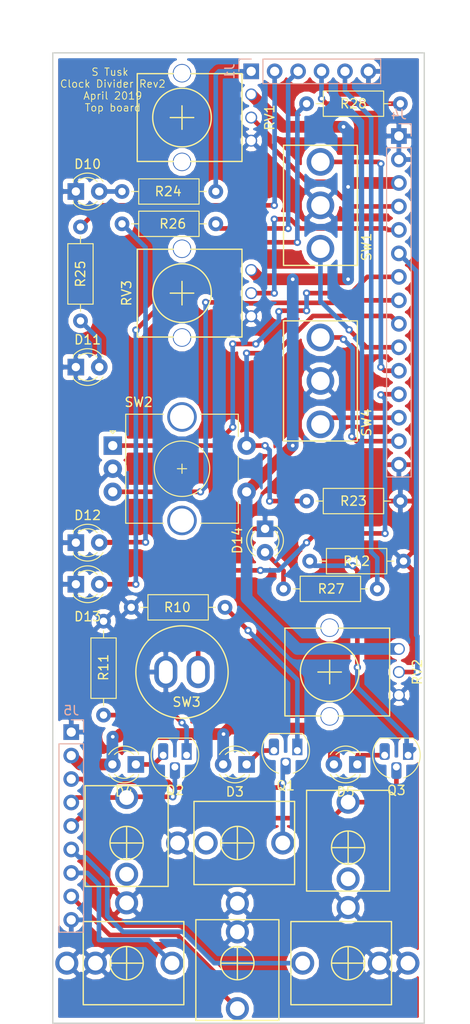
<source format=kicad_pcb>
(kicad_pcb (version 20171130) (host pcbnew "(5.0.1)-3")
  (layers (0 F.Cu signal) (31 B.Cu signal) (34 B.Paste user hide) (35 F.Paste user hide) (36 B.SilkS user) (37 F.SilkS user) (38 B.Mask user) (39 F.Mask user) (44 Edge.Cuts user))
  (net 0 "")
  (net 1 +12V)
  (net 2 GND)
  (net 3 /CVin_F)
  (net 4 "Net-(CycleOutJack1-Pad2)")
  (net 5 /OutC_F)
  (net 6 "Net-(D3-Pad1)")
  (net 7 "Net-(D4-Pad1)")
  (net 8 "Net-(D5-Pad1)")
  (net 9 /+3_3V)
  (net 10 /LED_L_F)
  (net 11 /LED_D_F)
  (net 12 /Led_Shi_F)
  (net 13 /Led_ShCV_F)
  (net 14 /LED_Sh_F)
  (net 15 "Net-(DigiOutJack1-Pad2)")
  (net 16 /OutM_F)
  (net 17 /OutT_F)
  (net 18 "Net-(DigiThruJack1-Pad2)")
  (net 19 /SW_OutMode2_F)
  (net 20 /SW_OutMode1_F)
  (net 21 /SW_CVassgn_F)
  (net 22 /SW_DivEuc2_F)
  (net 23 /SW_DivEuc1_F)
  (net 24 /EncoderSw_F)
  (net 25 /EncoderB_F)
  (net 26 /EncoderA_F)
  (net 27 /Pot_CVamt_F)
  (net 28 /Pot_Divisions_F)
  (net 29 /Pot_Length_F)
  (net 30 /CLin_F)
  (net 31 /Rin_F)
  (net 32 "Net-(Q1-Pad1)")
  (net 33 "Net-(Q2-Pad1)")
  (net 34 "Net-(Q3-Pad1)")
  (net 35 "Net-(D10-Pad2)")
  (net 36 "Net-(D11-Pad2)")
  (net 37 "Net-(D12-Pad2)")
  (net 38 "Net-(D13-Pad2)")
  (net 39 "Net-(D14-Pad2)")
  (module Eurocad:PJ301M-12-MoreMetal (layer F.Cu) (at 47 113.5 90)
    (fp_text reference CV_in1 hide)
    (fp_text value PJ301M-12)
    (pad 2 thru_hole circle (at 0 3.38 90) (size 2.5 2.5) (drill 1.6) (layers *.Cu *.Mask) (net 2 GND))
    (pad 1 thru_hole circle (at 0 6.48 90) (size 2.5 2.5) (drill 1.6) (layers *.Cu *.Mask) (net 2 GND))
    (pad 3 thru_hole circle (at 0 -4.92 90) (size 2.5 2.5) (drill 1.6) (layers *.Cu *.Mask) (net 3 /CVin_F))
  )
  (module Eurocad:PJ301M-12-MoreMetal (layer F.Cu) (at 35 113.5 180)
    (fp_text reference Reset_In1 hide)
    (fp_text value PJ301M-12)
    (pad 2 thru_hole circle (at 0 3.38 180) (size 2.5 2.5) (drill 1.6) (layers *.Cu *.Mask) (net 2 GND))
    (pad 1 thru_hole circle (at 0 6.48 180) (size 2.5 2.5) (drill 1.6) (layers *.Cu *.Mask) (net 2 GND))
    (pad 3 thru_hole circle (at 0 -4.92 180) (size 2.5 2.5) (drill 1.6) (layers *.Cu *.Mask) (net 31 /Rin_F))
  )
  (module Eurocad:PJ301M-12-MoreMetal (layer F.Cu) (at 23 113.5 270)
    (fp_text reference Trigger/Clock_in1 hide)
    (fp_text value PJ301M-12)
    (pad 2 thru_hole circle (at 0 3.38 270) (size 2.5 2.5) (drill 1.6) (layers *.Cu *.Mask) (net 2 GND))
    (pad 1 thru_hole circle (at 0 6.48 270) (size 2.5 2.5) (drill 1.6) (layers *.Cu *.Mask) (net 2 GND))
    (pad 3 thru_hole circle (at 0 -4.92 270) (size 2.5 2.5) (drill 1.6) (layers *.Cu *.Mask) (net 30 /CLin_F))
  )
  (module Eurocad:PJ301M-12-MoreMetal (layer F.Cu) (at 47 101)
    (fp_text reference DigiThruJack1 hide)
    (fp_text value PJ301M-12)
    (pad 2 thru_hole circle (at 0 3.38) (size 2.5 2.5) (drill 1.6) (layers *.Cu *.Mask) (net 18 "Net-(DigiThruJack1-Pad2)"))
    (pad 1 thru_hole circle (at 0 6.48) (size 2.5 2.5) (drill 1.6) (layers *.Cu *.Mask) (net 2 GND))
    (pad 3 thru_hole circle (at 0 -4.92) (size 2.5 2.5) (drill 1.6) (layers *.Cu *.Mask) (net 17 /OutT_F))
  )
  (module Eurocad:PJ301M-12-MoreMetal (layer F.Cu) (at 35 100.5 270)
    (fp_text reference CycleOutJack1 hide)
    (fp_text value PJ301M-12)
    (pad 2 thru_hole circle (at 0 3.38 270) (size 2.5 2.5) (drill 1.6) (layers *.Cu *.Mask) (net 4 "Net-(CycleOutJack1-Pad2)"))
    (pad 1 thru_hole circle (at 0 6.48 270) (size 2.5 2.5) (drill 1.6) (layers *.Cu *.Mask) (net 2 GND))
    (pad 3 thru_hole circle (at 0 -4.92 270) (size 2.5 2.5) (drill 1.6) (layers *.Cu *.Mask) (net 5 /OutC_F))
  )
  (module Eurocad:PJ301M-12-MoreMetal (layer F.Cu) (at 23 100.5)
    (fp_text reference DigiOutJack1 hide)
    (fp_text value PJ301M-12)
    (pad 2 thru_hole circle (at 0 3.38) (size 2.5 2.5) (drill 1.6) (layers *.Cu *.Mask) (net 15 "Net-(DigiOutJack1-Pad2)"))
    (pad 1 thru_hole circle (at 0 6.48) (size 2.5 2.5) (drill 1.6) (layers *.Cu *.Mask) (net 2 GND))
    (pad 3 thru_hole circle (at 0 -4.92) (size 2.5 2.5) (drill 1.6) (layers *.Cu *.Mask) (net 16 /OutM_F))
  )
  (module Package_TO_SOT_THT:TO-92L_HandSolder (layer F.Cu) (at 53.5 91 180)
    (fp_text reference Q3 (at 1.27 -3.8 180) (layer F.SilkS))
    (fp_text value 2N3904)
    (pad 1 thru_hole rect (at 0 0 180) (size 1.1 1.8) (drill 0.75 (offset 0 0.4)) (layers *.Cu *.Mask) (net 34 "Net-(Q3-Pad1)"))
    (pad 3 thru_hole roundrect (at 2.54 0 180) (size 1.1 1.8) (drill 0.75 (offset 0 0.4)) (layers *.Cu *.Mask) (net 8 "Net-(D5-Pad1)"))
    (pad 2 thru_hole roundrect (at 1.27 -1.27 180) (size 1.1 1.8) (drill 0.75 (offset 0 -0.4)) (layers *.Cu *.Mask) (net 17 /OutT_F))
  )
  (module Package_TO_SOT_THT:TO-92L_HandSolder (layer F.Cu) (at 41.5 90.5 180)
    (fp_text reference Q1 (at 1.27 -3.8 180) (layer F.SilkS))
    (fp_text value 2N3904)
    (pad 1 thru_hole rect (at 0 0 180) (size 1.1 1.8) (drill 0.75 (offset 0 0.4)) (layers *.Cu *.Mask) (net 32 "Net-(Q1-Pad1)"))
    (pad 3 thru_hole roundrect (at 2.54 0 180) (size 1.1 1.8) (drill 0.75 (offset 0 0.4)) (layers *.Cu *.Mask) (net 6 "Net-(D3-Pad1)"))
    (pad 2 thru_hole roundrect (at 1.27 -1.27 180) (size 1.1 1.8) (drill 0.75 (offset 0 -0.4)) (layers *.Cu *.Mask) (net 5 /OutC_F))
  )
  (module Package_TO_SOT_THT:TO-92L_HandSolder (layer F.Cu) (at 29.5 91 180)
    (fp_text reference Q2 (at 1.27 -3.8 180) (layer F.SilkS))
    (fp_text value 2N3904)
    (pad 1 thru_hole rect (at 0 0 180) (size 1.1 1.8) (drill 0.75 (offset 0 0.4)) (layers *.Cu *.Mask) (net 33 "Net-(Q2-Pad1)"))
    (pad 3 thru_hole roundrect (at 2.54 0 180) (size 1.1 1.8) (drill 0.75 (offset 0 0.4)) (layers *.Cu *.Mask) (net 7 "Net-(D4-Pad1)"))
    (pad 2 thru_hole roundrect (at 1.27 -1.27 180) (size 1.1 1.8) (drill 0.75 (offset 0 -0.4)) (layers *.Cu *.Mask) (net 16 /OutM_F))
  )
  (module Eurocad:Alpha9mmPot (layer F.Cu) (at 29 22 90)
    (fp_text reference RV1 (at 0 9.5 90) (layer F.SilkS))
    (fp_text value 10k)
    (pad "" thru_hole circle (at 4.8 0 90) (size 2 2) (drill 1.8) (layers *.Cu *.Mask))
    (pad "" thru_hole circle (at -4.8 0 90) (size 2 2) (drill 1.8) (layers *.Cu *.Mask))
    (pad 3 thru_hole circle (at 2.5 7.5 90) (size 1.3 1.3) (drill 1) (layers *.Cu *.Mask) (net 9 /+3_3V))
    (pad 2 thru_hole circle (at 0 7.5 90) (size 1.3 1.3) (drill 1) (layers *.Cu *.Mask) (net 29 /Pot_Length_F))
    (pad 1 thru_hole circle (at -2.5 7.5 90) (size 1.3 1.3) (drill 1) (layers *.Cu *.Mask) (net 2 GND))
  )
  (module Eurocad:Alpha9mmPot (layer F.Cu) (at 45 82 90)
    (fp_text reference RV2 (at 0 9.5 90) (layer F.SilkS))
    (fp_text value 10k)
    (pad "" thru_hole circle (at 4.8 0 90) (size 2 2) (drill 1.8) (layers *.Cu *.Mask))
    (pad "" thru_hole circle (at -4.8 0 90) (size 2 2) (drill 1.8) (layers *.Cu *.Mask))
    (pad 3 thru_hole circle (at 2.5 7.5 90) (size 1.3 1.3) (drill 1) (layers *.Cu *.Mask) (net 9 /+3_3V))
    (pad 2 thru_hole circle (at 0 7.5 90) (size 1.3 1.3) (drill 1) (layers *.Cu *.Mask) (net 27 /Pot_CVamt_F))
    (pad 1 thru_hole circle (at -2.5 7.5 90) (size 1.3 1.3) (drill 1) (layers *.Cu *.Mask) (net 2 GND))
  )
  (module Eurocad:Alpha9mmPot (layer F.Cu) (at 29 41 90)
    (fp_text reference RV3 (at 0 -6 90) (layer F.SilkS))
    (fp_text value 10k)
    (pad "" thru_hole circle (at 4.8 0 90) (size 2 2) (drill 1.8) (layers *.Cu *.Mask))
    (pad "" thru_hole circle (at -4.8 0 90) (size 2 2) (drill 1.8) (layers *.Cu *.Mask))
    (pad 3 thru_hole circle (at 2.5 7.5 90) (size 1.3 1.3) (drill 1) (layers *.Cu *.Mask) (net 9 /+3_3V))
    (pad 2 thru_hole circle (at 0 7.5 90) (size 1.3 1.3) (drill 1) (layers *.Cu *.Mask) (net 28 /Pot_Divisions_F))
    (pad 1 thru_hole circle (at -2.5 7.5 90) (size 1.3 1.3) (drill 1) (layers *.Cu *.Mask) (net 2 GND))
  )
  (module Resistor_THT:R_Axial_DIN0207_L6.3mm_D2.5mm_P10.16mm_Horizontal (layer F.Cu) (at 40 73)
    (fp_text reference R27 (at 5.16 0) (layer F.SilkS))
    (fp_text value 330)
    (pad 1 thru_hole circle (at 0 0) (size 1.6 1.6) (drill 0.8) (layers *.Cu *.Mask) (net 39 "Net-(D14-Pad2)"))
    (pad 2 thru_hole oval (at 10.16 0) (size 1.6 1.6) (drill 0.8) (layers *.Cu *.Mask) (net 14 /LED_Sh_F))
  )
  (module LED_THT:LED_D3.0mm (layer F.Cu) (at 36 92 180)
    (fp_text reference D3 (at 1.27 -2.96 180) (layer F.SilkS))
    (fp_text value LED)
    (pad 2 thru_hole circle (at 2.54 0 180) (size 1.8 1.8) (drill 0.9) (layers *.Cu *.Mask) (net 1 +12V))
    (pad 1 thru_hole rect (at 0 0 180) (size 1.8 1.8) (drill 0.9) (layers *.Cu *.Mask) (net 6 "Net-(D3-Pad1)"))
  )
  (module LED_THT:LED_D3.0mm (layer F.Cu) (at 24 92 180)
    (fp_text reference D4 (at 1.27 -2.96 180) (layer F.SilkS))
    (fp_text value LED)
    (pad 1 thru_hole rect (at 0 0 180) (size 1.8 1.8) (drill 0.9) (layers *.Cu *.Mask) (net 7 "Net-(D4-Pad1)"))
    (pad 2 thru_hole circle (at 2.54 0 180) (size 1.8 1.8) (drill 0.9) (layers *.Cu *.Mask) (net 1 +12V))
  )
  (module LED_THT:LED_D3.0mm (layer F.Cu) (at 48 92 180)
    (fp_text reference D5 (at 1.27 -2.96 180) (layer F.SilkS))
    (fp_text value LED)
    (pad 2 thru_hole circle (at 2.54 0 180) (size 1.8 1.8) (drill 0.9) (layers *.Cu *.Mask) (net 1 +12V))
    (pad 1 thru_hole rect (at 0 0 180) (size 1.8 1.8) (drill 0.9) (layers *.Cu *.Mask) (net 8 "Net-(D5-Pad1)"))
  )
  (module LED_THT:LED_D3.0mm (layer F.Cu) (at 17.5 30)
    (fp_text reference D10 (at 1.27 -2.96) (layer F.SilkS))
    (fp_text value LED)
    (pad 1 thru_hole rect (at 0 0) (size 1.8 1.8) (drill 0.9) (layers *.Cu *.Mask) (net 2 GND))
    (pad 2 thru_hole circle (at 2.54 0) (size 1.8 1.8) (drill 0.9) (layers *.Cu *.Mask) (net 35 "Net-(D10-Pad2)"))
  )
  (module LED_THT:LED_D3.0mm (layer F.Cu) (at 17.5 49)
    (fp_text reference D11 (at 1.27 -2.96) (layer F.SilkS))
    (fp_text value LED)
    (pad 2 thru_hole circle (at 2.54 0) (size 1.8 1.8) (drill 0.9) (layers *.Cu *.Mask) (net 36 "Net-(D11-Pad2)"))
    (pad 1 thru_hole rect (at 0 0) (size 1.8 1.8) (drill 0.9) (layers *.Cu *.Mask) (net 2 GND))
  )
  (module LED_THT:LED_D3.0mm (layer F.Cu) (at 17.5 68)
    (fp_text reference D12 (at 1.27 -2.96) (layer F.SilkS))
    (fp_text value LED)
    (pad 1 thru_hole rect (at 0 0) (size 1.8 1.8) (drill 0.9) (layers *.Cu *.Mask) (net 2 GND))
    (pad 2 thru_hole circle (at 2.54 0) (size 1.8 1.8) (drill 0.9) (layers *.Cu *.Mask) (net 37 "Net-(D12-Pad2)"))
  )
  (module LED_THT:LED_D3.0mm (layer F.Cu) (at 17.5 72.5)
    (fp_text reference D13 (at 1.27 3.5) (layer F.SilkS))
    (fp_text value LED)
    (pad 1 thru_hole rect (at 0 0) (size 1.8 1.8) (drill 0.9) (layers *.Cu *.Mask) (net 2 GND))
    (pad 2 thru_hole circle (at 2.54 0) (size 1.8 1.8) (drill 0.9) (layers *.Cu *.Mask) (net 38 "Net-(D13-Pad2)"))
  )
  (module LED_THT:LED_D3.0mm (layer F.Cu) (at 38 66.5 270)
    (fp_text reference D14 (at 1.27 3 270) (layer F.SilkS))
    (fp_text value LED)
    (pad 2 thru_hole circle (at 2.54 0 270) (size 1.8 1.8) (drill 0.9) (layers *.Cu *.Mask) (net 39 "Net-(D14-Pad2)"))
    (pad 1 thru_hole rect (at 0 0 270) (size 1.8 1.8) (drill 0.9) (layers *.Cu *.Mask) (net 2 GND))
  )
  (module Connector_PinHeader_2.54mm:PinHeader_1x06_P2.54mm_Vertical (layer B.Cu) (at 36.5 17 270)
    (fp_text reference J1 (at 0 2.33 270) (layer B.SilkS) (effects (justify mirror)))
    (fp_text value Conn_01x06_Female)
    (pad 1 thru_hole rect (at 0 0 270) (size 1.7 1.7) (drill 1) (layers *.Cu *.Mask) (net 10 /LED_L_F))
    (pad 2 thru_hole oval (at 0 -2.54 270) (size 1.7 1.7) (drill 1) (layers *.Cu *.Mask) (net 11 /LED_D_F))
    (pad 3 thru_hole oval (at 0 -5.08 270) (size 1.7 1.7) (drill 1) (layers *.Cu *.Mask) (net 12 /Led_Shi_F))
    (pad 4 thru_hole oval (at 0 -7.62 270) (size 1.7 1.7) (drill 1) (layers *.Cu *.Mask) (net 13 /Led_ShCV_F))
    (pad 5 thru_hole oval (at 0 -10.16 270) (size 1.7 1.7) (drill 1) (layers *.Cu *.Mask) (net 14 /LED_Sh_F))
    (pad 6 thru_hole oval (at 0 -12.7 270) (size 1.7 1.7) (drill 1) (layers *.Cu *.Mask) (net 2 GND))
  )
  (module Connector_PinHeader_2.54mm:PinHeader_1x15_P2.54mm_Vertical (layer B.Cu) (at 52.5 24 180)
    (fp_text reference J4 (at 0 2.33 180) (layer B.SilkS) (effects (justify mirror)))
    (fp_text value Conn_01x15_Female)
    (pad 15 thru_hole oval (at 0 -35.56 180) (size 1.7 1.7) (drill 1) (layers *.Cu *.Mask) (net 2 GND))
    (pad 14 thru_hole oval (at 0 -33.02 180) (size 1.7 1.7) (drill 1) (layers *.Cu *.Mask) (net 19 /SW_OutMode2_F))
    (pad 13 thru_hole oval (at 0 -30.48 180) (size 1.7 1.7) (drill 1) (layers *.Cu *.Mask) (net 20 /SW_OutMode1_F))
    (pad 12 thru_hole oval (at 0 -27.94 180) (size 1.7 1.7) (drill 1) (layers *.Cu *.Mask) (net 21 /SW_CVassgn_F))
    (pad 11 thru_hole oval (at 0 -25.4 180) (size 1.7 1.7) (drill 1) (layers *.Cu *.Mask) (net 22 /SW_DivEuc2_F))
    (pad 10 thru_hole oval (at 0 -22.86 180) (size 1.7 1.7) (drill 1) (layers *.Cu *.Mask) (net 23 /SW_DivEuc1_F))
    (pad 9 thru_hole oval (at 0 -20.32 180) (size 1.7 1.7) (drill 1) (layers *.Cu *.Mask) (net 24 /EncoderSw_F))
    (pad 8 thru_hole oval (at 0 -17.78 180) (size 1.7 1.7) (drill 1) (layers *.Cu *.Mask) (net 25 /EncoderB_F))
    (pad 7 thru_hole oval (at 0 -15.24 180) (size 1.7 1.7) (drill 1) (layers *.Cu *.Mask) (net 26 /EncoderA_F))
    (pad 6 thru_hole oval (at 0 -12.7 180) (size 1.7 1.7) (drill 1) (layers *.Cu *.Mask) (net 27 /Pot_CVamt_F))
    (pad 5 thru_hole oval (at 0 -10.16 180) (size 1.7 1.7) (drill 1) (layers *.Cu *.Mask) (net 28 /Pot_Divisions_F))
    (pad 4 thru_hole oval (at 0 -7.62 180) (size 1.7 1.7) (drill 1) (layers *.Cu *.Mask) (net 29 /Pot_Length_F))
    (pad 3 thru_hole oval (at 0 -5.08 180) (size 1.7 1.7) (drill 1) (layers *.Cu *.Mask) (net 9 /+3_3V))
    (pad 2 thru_hole oval (at 0 -2.54 180) (size 1.7 1.7) (drill 1) (layers *.Cu *.Mask) (net 2 GND))
    (pad 1 thru_hole rect (at 0 0 180) (size 1.7 1.7) (drill 1) (layers *.Cu *.Mask) (net 2 GND))
  )
  (module Connector_PinHeader_2.54mm:PinHeader_1x09_P2.54mm_Vertical (layer B.Cu) (at 17 88.5 180)
    (fp_text reference J5 (at 0 2.33 180) (layer B.SilkS) (effects (justify mirror)))
    (fp_text value Conn_01x09_Female)
    (pad 1 thru_hole rect (at 0 0 180) (size 1.7 1.7) (drill 1) (layers *.Cu *.Mask) (net 2 GND))
    (pad 2 thru_hole oval (at 0 -2.54 180) (size 1.7 1.7) (drill 1) (layers *.Cu *.Mask) (net 1 +12V))
    (pad 3 thru_hole oval (at 0 -5.08 180) (size 1.7 1.7) (drill 1) (layers *.Cu *.Mask) (net 5 /OutC_F))
    (pad 4 thru_hole oval (at 0 -7.62 180) (size 1.7 1.7) (drill 1) (layers *.Cu *.Mask) (net 16 /OutM_F))
    (pad 5 thru_hole oval (at 0 -10.16 180) (size 1.7 1.7) (drill 1) (layers *.Cu *.Mask) (net 17 /OutT_F))
    (pad 6 thru_hole oval (at 0 -12.7 180) (size 1.7 1.7) (drill 1) (layers *.Cu *.Mask) (net 3 /CVin_F))
    (pad 7 thru_hole oval (at 0 -15.24 180) (size 1.7 1.7) (drill 1) (layers *.Cu *.Mask) (net 30 /CLin_F))
    (pad 8 thru_hole oval (at 0 -17.78 180) (size 1.7 1.7) (drill 1) (layers *.Cu *.Mask) (net 31 /Rin_F))
    (pad 9 thru_hole oval (at 0 -20.32 180) (size 1.7 1.7) (drill 1) (layers *.Cu *.Mask) (net 2 GND))
  )
  (module Resistor_THT:R_Axial_DIN0207_L6.3mm_D2.5mm_P10.16mm_Horizontal (layer F.Cu) (at 23.5 75)
    (fp_text reference R10 (at 5 0) (layer F.SilkS))
    (fp_text value 10k)
    (pad 2 thru_hole oval (at 10.16 0) (size 1.6 1.6) (drill 0.8) (layers *.Cu *.Mask) (net 32 "Net-(Q1-Pad1)"))
    (pad 1 thru_hole circle (at 0 0) (size 1.6 1.6) (drill 0.8) (layers *.Cu *.Mask) (net 2 GND))
  )
  (module Resistor_THT:R_Axial_DIN0207_L6.3mm_D2.5mm_P10.16mm_Horizontal (layer F.Cu) (at 20.5 76.5 270)
    (fp_text reference R11 (at 5 0 270) (layer F.SilkS))
    (fp_text value 10k)
    (pad 1 thru_hole circle (at 0 0 270) (size 1.6 1.6) (drill 0.8) (layers *.Cu *.Mask) (net 2 GND))
    (pad 2 thru_hole oval (at 10.16 0 270) (size 1.6 1.6) (drill 0.8) (layers *.Cu *.Mask) (net 33 "Net-(Q2-Pad1)"))
  )
  (module Resistor_THT:R_Axial_DIN0207_L6.3mm_D2.5mm_P10.16mm_Horizontal (layer F.Cu) (at 53 70 180)
    (fp_text reference R12 (at 5.08 0 180) (layer F.SilkS))
    (fp_text value 10k)
    (pad 2 thru_hole oval (at 10.16 0 180) (size 1.6 1.6) (drill 0.8) (layers *.Cu *.Mask) (net 34 "Net-(Q3-Pad1)"))
    (pad 1 thru_hole circle (at 0 0 180) (size 1.6 1.6) (drill 0.8) (layers *.Cu *.Mask) (net 2 GND))
  )
  (module Resistor_THT:R_Axial_DIN0207_L6.3mm_D2.5mm_P10.16mm_Horizontal (layer F.Cu) (at 42.5 63.5)
    (fp_text reference R23 (at 5.08 0) (layer F.SilkS))
    (fp_text value 100k)
    (pad 2 thru_hole oval (at 10.16 0) (size 1.6 1.6) (drill 0.8) (layers *.Cu *.Mask) (net 2 GND))
    (pad 1 thru_hole circle (at 0 0) (size 1.6 1.6) (drill 0.8) (layers *.Cu *.Mask) (net 24 /EncoderSw_F))
  )
  (module Resistor_THT:R_Axial_DIN0207_L6.3mm_D2.5mm_P10.16mm_Horizontal (layer F.Cu) (at 22.5 30)
    (fp_text reference R24 (at 5 0) (layer F.SilkS))
    (fp_text value 1k)
    (pad 2 thru_hole oval (at 10.16 0) (size 1.6 1.6) (drill 0.8) (layers *.Cu *.Mask) (net 10 /LED_L_F))
    (pad 1 thru_hole circle (at 0 0) (size 1.6 1.6) (drill 0.8) (layers *.Cu *.Mask) (net 35 "Net-(D10-Pad2)"))
  )
  (module Resistor_THT:R_Axial_DIN0207_L6.3mm_D2.5mm_P10.16mm_Horizontal (layer F.Cu) (at 18 44 90)
    (fp_text reference R25 (at 5.08 0 90) (layer F.SilkS))
    (fp_text value 1k)
    (pad 1 thru_hole circle (at 0 0 90) (size 1.6 1.6) (drill 0.8) (layers *.Cu *.Mask) (net 36 "Net-(D11-Pad2)"))
    (pad 2 thru_hole oval (at 10.16 0 90) (size 1.6 1.6) (drill 0.8) (layers *.Cu *.Mask) (net 11 /LED_D_F))
  )
  (module Resistor_THT:R_Axial_DIN0207_L6.3mm_D2.5mm_P10.16mm_Horizontal (layer F.Cu) (at 22.5 33.5)
    (fp_text reference R26 (at 5.5 0) (layer F.SilkS))
    (fp_text value 1k)
    (pad 2 thru_hole oval (at 10.16 0) (size 1.6 1.6) (drill 0.8) (layers *.Cu *.Mask) (net 12 /Led_Shi_F))
    (pad 1 thru_hole circle (at 0 0) (size 1.6 1.6) (drill 0.8) (layers *.Cu *.Mask) (net 37 "Net-(D12-Pad2)"))
  )
  (module Resistor_THT:R_Axial_DIN0207_L6.3mm_D2.5mm_P10.16mm_Horizontal (layer F.Cu) (at 42.5 20.5)
    (fp_text reference R28 (at 5.08 0) (layer F.SilkS))
    (fp_text value 1k)
    (pad 1 thru_hole circle (at 0 0) (size 1.6 1.6) (drill 0.8) (layers *.Cu *.Mask) (net 38 "Net-(D13-Pad2)"))
    (pad 2 thru_hole oval (at 10.16 0) (size 1.6 1.6) (drill 0.8) (layers *.Cu *.Mask) (net 13 /Led_ShCV_F))
  )
  (module "Eurocad:SPDT toggle on-off-on" (layer F.Cu) (at 44 31.5 90)
    (fp_text reference SW1 (at -4.5 5 90) (layer F.SilkS))
    (fp_text value SW_SPDT_MSM)
    (pad 3 thru_hole circle (at 4.7 0 90) (size 3 3) (drill 2) (layers *.Cu *.Mask) (net 22 /SW_DivEuc2_F))
    (pad 2 thru_hole circle (at 0 0 90) (size 3 3) (drill 2) (layers *.Cu *.Mask) (net 2 GND))
    (pad 1 thru_hole circle (at -4.7 0 90) (size 3 3) (drill 2) (layers *.Cu *.Mask) (net 23 /SW_DivEuc1_F))
  )
  (module Eurocad:RotaryEncoder_Alps_EC11E-Switch_Vertical_H20mm_CircularMountingHoles (layer F.Cu) (at 21.5 57.5)
    (fp_text reference SW2 (at 2.8 -4.7) (layer F.SilkS))
    (fp_text value Rotary_Encoder_Switch)
    (pad A thru_hole rect (at 0 0) (size 2 2) (drill 1) (layers *.Cu *.Mask) (net 26 /EncoderA_F))
    (pad C thru_hole circle (at 0 2.5) (size 2 2) (drill 1) (layers *.Cu *.Mask) (net 2 GND))
    (pad B thru_hole circle (at 0 5) (size 2 2) (drill 1) (layers *.Cu *.Mask) (net 25 /EncoderB_F))
    (pad "" thru_hole circle (at 7.5 -3.1) (size 3.2 3.2) (drill 2.6) (layers *.Cu *.Mask))
    (pad "" thru_hole circle (at 7.5 8.1) (size 3.2 3.2) (drill 2.6) (layers *.Cu *.Mask))
    (pad S2 thru_hole circle (at 14.5 0) (size 2 2) (drill 1) (layers *.Cu *.Mask) (net 24 /EncoderSw_F))
    (pad S1 thru_hole circle (at 14.5 5) (size 2 2) (drill 1) (layers *.Cu *.Mask) (net 9 /+3_3V))
  )
  (module "Eurocad:SPST momentary push PBS105" (layer F.Cu) (at 29 82)
    (fp_text reference SW3 (at 0.5 3.25) (layer F.SilkS))
    (fp_text value SW_SPST)
    (pad 1 thru_hole oval (at -1.75 0) (size 2.5 3.5) (drill oval 1.5 2.5) (layers *.Cu *.Mask) (net 2 GND))
    (pad 2 thru_hole oval (at 1.75 0) (size 2.5 3.5) (drill oval 1.5 2.5) (layers *.Cu *.Mask) (net 21 /SW_CVassgn_F))
  )
  (module "Eurocad:SPDT toggle on-off-on" (layer F.Cu) (at 44 50.5 90)
    (fp_text reference SW4 (at -4.5 5 90) (layer F.SilkS))
    (fp_text value SW_SPDT_MSM)
    (pad 1 thru_hole circle (at -4.7 0 90) (size 3 3) (drill 2) (layers *.Cu *.Mask) (net 20 /SW_OutMode1_F))
    (pad 2 thru_hole circle (at 0 0 90) (size 3 3) (drill 2) (layers *.Cu *.Mask) (net 2 GND))
    (pad 3 thru_hole circle (at 4.7 0 90) (size 3 3) (drill 2) (layers *.Cu *.Mask) (net 19 /SW_OutMode2_F))
  )
  (gr_text "S Tusk \nClock Divider Rev2\nApril 2019\nTop board" (at 21.5 19) (layer F.SilkS) (effects (font (size 0.8 0.8) (thickness 0.1))))
  (gr_line (start 55.25 15) (end 55.25 120) (layer Edge.Cuts) (width 0.15))
  (gr_line (start 15 15) (end 55.25 15) (layer Edge.Cuts) (width 0.15))
  (gr_line (start 15 120) (end 55.25 120) (layer Edge.Cuts) (width 0.15))
  (gr_line (start 15 15) (end 15 120) (layer Edge.Cuts) (width 0.15))
  (segment (start 22.065685 89) (end 22.350695 88.71499) (width 1.27) (layer F.Cu) (net 1))
  (segment (start 21.5 89) (end 22.065685 89) (width 1.27) (layer F.Cu) (net 1))
  (segment (start 22.350695 88.71499) (end 33.5 88.71499) (width 1.27) (layer F.Cu) (net 1))
  (via (at 33.5 88.71499) (size 1.2) (drill 0.4) (layers F.Cu B.Cu) (net 1))
  (segment (start 33.46 91) (end 33.46 88.75499) (width 1.27) (layer B.Cu) (net 1))
  (segment (start 33.46 88.75499) (end 33.5 88.71499) (width 1.27) (layer B.Cu) (net 1))
  (via (at 21.5 89) (size 1.2) (drill 0.4) (layers F.Cu B.Cu) (net 1))
  (segment (start 21.46 89.04) (end 21.5 89) (width 1.27) (layer B.Cu) (net 1))
  (segment (start 21.46 92) (end 21.46 89.04) (width 1.27) (layer B.Cu) (net 1))
  (segment (start 17.96 92) (end 17 91.04) (width 1.27) (layer F.Cu) (net 1))
  (segment (start 21.46 92) (end 17.96 92) (width 1.27) (layer F.Cu) (net 1))
  (segment (start 34.099999 88.114991) (end 33.5 88.71499) (width 1.27) (layer F.Cu) (net 1))
  (segment (start 43.114991 88.114991) (end 34.099999 88.114991) (width 1.27) (layer F.Cu) (net 1))
  (segment (start 45.46 90.46) (end 43.114991 88.114991) (width 1.27) (layer F.Cu) (net 1))
  (segment (start 45.46 92) (end 45.46 90.46) (width 1.27) (layer F.Cu) (net 1))
  (segment (start 33.46 91) (end 33.46 92) (width 1.27) (layer B.Cu) (net 1))
  (segment (start 35.46 107.48) (end 35 107.02) (width 0.5) (layer F.Cu) (net 2))
  (segment (start 29.09999 110.09999) (end 32.5 113.5) (width 0.5) (layer B.Cu) (net 3))
  (segment (start 17.849999 102.049999) (end 18.549999 102.049999) (width 0.5) (layer B.Cu) (net 3))
  (segment (start 18.549999 102.049999) (end 20.90001 104.40001) (width 0.5) (layer B.Cu) (net 3))
  (segment (start 32.5 113.5) (end 42.08 113.5) (width 0.5) (layer B.Cu) (net 3))
  (segment (start 20.90001 104.40001) (end 20.90001 108.40001) (width 0.5) (layer B.Cu) (net 3))
  (segment (start 20.90001 108.40001) (end 22.59999 110.09999) (width 0.5) (layer B.Cu) (net 3))
  (segment (start 22.59999 110.09999) (end 29.09999 110.09999) (width 0.5) (layer B.Cu) (net 3))
  (segment (start 17 101.2) (end 17.849999 102.049999) (width 0.5) (layer B.Cu) (net 3))
  (segment (start 40.23 100.19) (end 39.92 100.5) (width 0.5) (layer B.Cu) (net 5))
  (segment (start 40.23 91.77) (end 39.92 92.08) (width 0.5) (layer B.Cu) (net 5))
  (via (at 39.92 94) (size 0.8) (drill 0.4) (layers F.Cu B.Cu) (net 5))
  (segment (start 39.92 94) (end 39.92 100.5) (width 0.5) (layer B.Cu) (net 5))
  (segment (start 39.92 92.08) (end 39.92 94) (width 0.5) (layer B.Cu) (net 5))
  (segment (start 17 93.58) (end 18.202081 93.58) (width 0.5) (layer F.Cu) (net 5))
  (segment (start 18.202081 93.58) (end 18.642091 94.02001) (width 0.5) (layer F.Cu) (net 5))
  (segment (start 39.89999 94.02001) (end 39.92 94) (width 0.5) (layer F.Cu) (net 5))
  (segment (start 27.514679 93.879999) (end 28.13468 94.5) (width 0.5) (layer F.Cu) (net 5))
  (segment (start 18.642091 94.02001) (end 18.782102 93.879999) (width 0.5) (layer F.Cu) (net 5))
  (segment (start 18.782102 93.879999) (end 27.514679 93.879999) (width 0.5) (layer F.Cu) (net 5))
  (segment (start 39.42 94.5) (end 39.92 94) (width 0.5) (layer F.Cu) (net 5))
  (segment (start 28.13468 94.5) (end 39.42 94.5) (width 0.5) (layer F.Cu) (net 5))
  (segment (start 37.5 90.5) (end 36 92) (width 0.5) (layer F.Cu) (net 6))
  (segment (start 38.96 90.5) (end 37.5 90.5) (width 0.5) (layer F.Cu) (net 6))
  (segment (start 25.96 92) (end 26.96 91) (width 0.5) (layer F.Cu) (net 7))
  (segment (start 24 92) (end 25.96 92) (width 0.5) (layer F.Cu) (net 7))
  (segment (start 50.96 91) (end 48 91) (width 0.5) (layer F.Cu) (net 8))
  (segment (start 48 91) (end 48 92) (width 0.5) (layer F.Cu) (net 8))
  (via (at 47 39.5) (size 1.2) (drill 0.4) (layers F.Cu B.Cu) (net 9))
  (via (at 47 29.5) (size 1.2) (drill 0.4) (layers F.Cu B.Cu) (net 9))
  (segment (start 52.5 29.08) (end 47.42 29.08) (width 1.27) (layer F.Cu) (net 9))
  (segment (start 47.42 29.08) (end 47 29.5) (width 1.27) (layer F.Cu) (net 9))
  (segment (start 47 29.5) (end 47 34) (width 1.27) (layer B.Cu) (net 9))
  (segment (start 47 33.5) (end 47 34) (width 1.27) (layer B.Cu) (net 9))
  (segment (start 47 34) (end 47 39.5) (width 1.27) (layer B.Cu) (net 9))
  (via (at 46.5 23) (size 1.2) (drill 0.4) (layers F.Cu B.Cu) (net 9))
  (segment (start 47 29.5) (end 47 23.5) (width 1.27) (layer B.Cu) (net 9))
  (segment (start 47 23.5) (end 46.5 23) (width 1.27) (layer B.Cu) (net 9))
  (segment (start 40 23) (end 36.5 19.5) (width 1.27) (layer F.Cu) (net 9))
  (segment (start 46.5 23) (end 40 23) (width 1.27) (layer F.Cu) (net 9))
  (segment (start 37.5 39.5) (end 36.5 38.5) (width 1.27) (layer F.Cu) (net 9))
  (segment (start 41 57.5) (end 36 62.5) (width 1.27) (layer F.Cu) (net 9))
  (segment (start 41 39.5) (end 37.5 39.5) (width 1.27) (layer F.Cu) (net 9))
  (segment (start 47 39.5) (end 41 39.5) (width 1.27) (layer F.Cu) (net 9))
  (via (at 41 57.5) (size 1.2) (drill 0.4) (layers F.Cu B.Cu) (net 9))
  (via (at 41 39.5) (size 1.2) (drill 0.4) (layers F.Cu B.Cu) (net 9))
  (segment (start 41 57.5) (end 41 39.5) (width 1.27) (layer B.Cu) (net 9))
  (segment (start 41.5 79.5) (end 52.5 79.5) (width 1.27) (layer B.Cu) (net 9))
  (segment (start 36 62.5) (end 36 74) (width 1.27) (layer B.Cu) (net 9))
  (segment (start 36 74) (end 41.5 79.5) (width 1.27) (layer B.Cu) (net 9))
  (segment (start 36.5 17) (end 33 17) (width 0.5) (layer B.Cu) (net 10))
  (segment (start 32.66 17.34) (end 32.66 30) (width 0.5) (layer B.Cu) (net 10))
  (segment (start 33 17) (end 32.66 17.34) (width 0.5) (layer B.Cu) (net 10))
  (segment (start 39.04 17) (end 39.04 18.202081) (width 0.5) (layer B.Cu) (net 11))
  (via (at 39 31.5) (size 0.8) (drill 0.4) (layers F.Cu B.Cu) (net 11))
  (segment (start 39.04 18.202081) (end 39.04 31.46) (width 0.5) (layer B.Cu) (net 11))
  (segment (start 39.04 31.46) (end 39 31.5) (width 0.5) (layer B.Cu) (net 11))
  (segment (start 20.34 31.5) (end 18 33.84) (width 0.5) (layer F.Cu) (net 11))
  (segment (start 39 31.5) (end 20.34 31.5) (width 0.5) (layer F.Cu) (net 11))
  (segment (start 41.5 16.58) (end 41.58 16.5) (width 0.5) (layer B.Cu) (net 12))
  (via (at 40.5 34) (size 0.8) (drill 0.4) (layers F.Cu B.Cu) (net 12))
  (segment (start 41.58 17) (end 40.5 18.08) (width 0.5) (layer B.Cu) (net 12))
  (segment (start 40.5 18.08) (end 40.5 34) (width 0.5) (layer B.Cu) (net 12))
  (segment (start 33.16 34) (end 32.66 33.5) (width 0.5) (layer F.Cu) (net 12))
  (segment (start 40.5 34) (end 33.16 34) (width 0.5) (layer F.Cu) (net 12))
  (segment (start 44.12 17) (end 44.12 19.96) (width 0.5) (layer B.Cu) (net 13))
  (via (at 44.12 19.96) (size 0.8) (drill 0.4) (layers F.Cu B.Cu) (net 13))
  (segment (start 52.66 20.5) (end 44.66 20.5) (width 0.5) (layer F.Cu) (net 13))
  (segment (start 44.66 20.5) (end 44.12 19.96) (width 0.5) (layer F.Cu) (net 13))
  (segment (start 46.66 19.16) (end 46.66 16.5) (width 0.5) (layer B.Cu) (net 14))
  (segment (start 49.5 22) (end 46.66 19.16) (width 0.5) (layer B.Cu) (net 14))
  (segment (start 49.5 69) (end 49.5 22) (width 0.5) (layer B.Cu) (net 14))
  (segment (start 50.16 69.66) (end 50.16 73) (width 0.5) (layer B.Cu) (net 14))
  (segment (start 49.5 69) (end 50.16 69.66) (width 0.5) (layer B.Cu) (net 14))
  (via (at 28 95.5) (size 0.8) (drill 0.4) (layers F.Cu B.Cu) (net 16))
  (segment (start 23.08 95.5) (end 23 95.58) (width 0.5) (layer F.Cu) (net 16))
  (segment (start 28 95.5) (end 23.08 95.5) (width 0.5) (layer F.Cu) (net 16))
  (segment (start 17.54 95.58) (end 17 96.12) (width 0.5) (layer F.Cu) (net 16))
  (segment (start 23 95.58) (end 17.54 95.58) (width 0.5) (layer F.Cu) (net 16))
  (segment (start 28.23 95.27) (end 28 95.5) (width 0.5) (layer B.Cu) (net 16))
  (segment (start 28.23 92.27) (end 28.23 95.27) (width 0.5) (layer B.Cu) (net 16))
  (segment (start 17 98.66) (end 17.189999 98.66) (width 0.5) (layer F.Cu) (net 17))
  (segment (start 46.100001 96.979999) (end 47 96.08) (width 0.5) (layer F.Cu) (net 17))
  (segment (start 45.269999 97.810001) (end 46.100001 96.979999) (width 0.5) (layer F.Cu) (net 17))
  (segment (start 17.849999 97.810001) (end 45.269999 97.810001) (width 0.5) (layer F.Cu) (net 17))
  (segment (start 17 98.66) (end 17.849999 97.810001) (width 0.5) (layer F.Cu) (net 17))
  (segment (start 52.23 95.35) (end 51.5 96.08) (width 0.5) (layer F.Cu) (net 17))
  (segment (start 52.23 92.27) (end 52.23 95.35) (width 0.5) (layer F.Cu) (net 17))
  (segment (start 47 96.08) (end 51.5 96.08) (width 0.5) (layer F.Cu) (net 17))
  (via (at 46.5 46) (size 0.8) (drill 0.4) (layers F.Cu B.Cu) (net 19))
  (segment (start 44 45.8) (end 46.3 45.8) (width 0.5) (layer F.Cu) (net 19))
  (segment (start 46.3 45.8) (end 46.5 46) (width 0.5) (layer F.Cu) (net 19))
  (segment (start 46.5 46) (end 47.5 47) (width 0.5) (layer B.Cu) (net 19))
  (via (at 47.399999 56.5) (size 0.8) (drill 0.4) (layers F.Cu B.Cu) (net 19))
  (segment (start 47.5 47) (end 47.5 56.399999) (width 0.5) (layer B.Cu) (net 19))
  (segment (start 47.5 56.399999) (end 47.399999 56.5) (width 0.5) (layer B.Cu) (net 19))
  (segment (start 47.919999 57.02) (end 52.5 57.02) (width 0.5) (layer F.Cu) (net 19))
  (segment (start 47.399999 56.5) (end 47.919999 57.02) (width 0.5) (layer F.Cu) (net 19))
  (segment (start 44.72 54.48) (end 44 55.2) (width 0.5) (layer F.Cu) (net 20))
  (segment (start 52.5 54.48) (end 44.72 54.48) (width 0.5) (layer F.Cu) (net 20))
  (via (at 50.55 52) (size 0.8) (drill 0.4) (layers F.Cu B.Cu) (net 21))
  (segment (start 52.5 51.94) (end 50.61 51.94) (width 0.5) (layer F.Cu) (net 21))
  (segment (start 50.61 51.94) (end 50.55 52) (width 0.5) (layer F.Cu) (net 21))
  (via (at 51 67) (size 0.8) (drill 0.4) (layers F.Cu B.Cu) (net 21))
  (segment (start 50.55 52) (end 51 52.45) (width 0.5) (layer B.Cu) (net 21))
  (segment (start 51 52.45) (end 51 67) (width 0.5) (layer B.Cu) (net 21))
  (via (at 42.5 68) (size 0.8) (drill 0.4) (layers F.Cu B.Cu) (net 21))
  (segment (start 51 67) (end 43.5 67) (width 0.5) (layer F.Cu) (net 21))
  (segment (start 43.5 67) (end 42.5 68) (width 0.5) (layer F.Cu) (net 21))
  (via (at 37.5 71) (size 0.8) (drill 0.4) (layers F.Cu B.Cu) (net 21))
  (segment (start 42.5 68) (end 39.5 71) (width 0.5) (layer B.Cu) (net 21))
  (segment (start 39.5 71) (end 37.5 71) (width 0.5) (layer B.Cu) (net 21))
  (segment (start 37.5 71) (end 34.5 71) (width 0.5) (layer F.Cu) (net 21))
  (segment (start 30.75 76.059998) (end 31 75.809998) (width 0.5) (layer F.Cu) (net 21))
  (segment (start 30.75 82) (end 30.75 76.059998) (width 0.5) (layer F.Cu) (net 21))
  (segment (start 31 74.5) (end 34.5 71) (width 0.5) (layer F.Cu) (net 21))
  (segment (start 31 75.809998) (end 31 74.5) (width 0.5) (layer F.Cu) (net 21))
  (via (at 50.55 49) (size 0.8) (drill 0.4) (layers F.Cu B.Cu) (net 22))
  (segment (start 52.5 49.4) (end 50.95 49.4) (width 0.5) (layer F.Cu) (net 22))
  (segment (start 50.95 49.4) (end 50.55 49) (width 0.5) (layer F.Cu) (net 22))
  (via (at 50.55 27) (size 0.8) (drill 0.4) (layers F.Cu B.Cu) (net 22))
  (segment (start 50.55 49) (end 50.55 27) (width 0.5) (layer B.Cu) (net 22))
  (segment (start 44.2 27) (end 44 26.8) (width 0.5) (layer F.Cu) (net 22))
  (segment (start 50.35 26.8) (end 50.55 27) (width 0.5) (layer F.Cu) (net 22))
  (segment (start 44 26.8) (end 50.35 26.8) (width 0.5) (layer F.Cu) (net 22))
  (segment (start 52.5 46.86) (end 48.86 46.86) (width 0.5) (layer F.Cu) (net 23))
  (segment (start 44 42) (end 44 36.2) (width 0.5) (layer B.Cu) (net 23))
  (via (at 47.111039 44.967219) (size 0.8) (drill 0.4) (layers F.Cu B.Cu) (net 23))
  (segment (start 48.86 46.86) (end 48.86 46.71618) (width 0.5) (layer F.Cu) (net 23))
  (segment (start 48.86 46.71618) (end 47.111039 44.967219) (width 0.5) (layer F.Cu) (net 23))
  (segment (start 44.14382 42) (end 44 42) (width 0.5) (layer B.Cu) (net 23))
  (segment (start 47.111039 44.967219) (end 44.14382 42) (width 0.5) (layer B.Cu) (net 23))
  (via (at 38.5 63.5) (size 0.8) (drill 0.4) (layers F.Cu B.Cu) (net 24))
  (segment (start 42.5 63.5) (end 38.5 63.5) (width 0.5) (layer F.Cu) (net 24))
  (via (at 38 57.5) (size 0.8) (drill 0.4) (layers F.Cu B.Cu) (net 24))
  (segment (start 38.5 63.5) (end 38.5 58) (width 0.5) (layer B.Cu) (net 24))
  (segment (start 38.5 58) (end 38 57.5) (width 0.5) (layer B.Cu) (net 24))
  (segment (start 38 57.5) (end 36 57.5) (width 0.5) (layer F.Cu) (net 24))
  (segment (start 52.5 44.32) (end 51.650001 43.470001) (width 0.5) (layer F.Cu) (net 24))
  (via (at 36 47.5) (size 0.8) (drill 0.4) (layers F.Cu B.Cu) (net 24))
  (segment (start 39.158003 47.5) (end 36 47.5) (width 0.5) (layer F.Cu) (net 24))
  (segment (start 43.188002 43.470001) (end 39.158003 47.5) (width 0.5) (layer F.Cu) (net 24))
  (segment (start 51.650001 43.470001) (end 43.188002 43.470001) (width 0.5) (layer F.Cu) (net 24))
  (segment (start 36 47.5) (end 36 57.5) (width 0.5) (layer B.Cu) (net 24))
  (segment (start 52.5 41.78) (end 47.810084 41.78) (width 0.5) (layer F.Cu) (net 25))
  (segment (start 47.810084 41.78) (end 47.540083 42.050001) (width 0.5) (layer F.Cu) (net 25))
  (via (at 31.565 42) (size 0.8) (drill 0.4) (layers F.Cu B.Cu) (net 25))
  (segment (start 33.050001 42.050001) (end 33 42) (width 0.5) (layer F.Cu) (net 25))
  (segment (start 33 42) (end 31.565 42) (width 0.5) (layer F.Cu) (net 25))
  (via (at 31 62.5) (size 0.8) (drill 0.4) (layers F.Cu B.Cu) (net 25))
  (segment (start 31.565 42) (end 31.565 61.935) (width 0.5) (layer B.Cu) (net 25))
  (segment (start 31.565 61.935) (end 31 62.5) (width 0.5) (layer B.Cu) (net 25))
  (segment (start 31 62.5) (end 21.5 62.5) (width 0.5) (layer F.Cu) (net 25))
  (segment (start 33 42) (end 33.100001 42.100001) (width 0.5) (layer F.Cu) (net 25))
  (segment (start 33.100001 42.100001) (end 38.600001 42.100001) (width 0.5) (layer F.Cu) (net 25))
  (segment (start 38.650001 42.050001) (end 38.600001 42.100001) (width 0.5) (layer F.Cu) (net 25))
  (segment (start 47.540083 42.050001) (end 38.650001 42.050001) (width 0.5) (layer F.Cu) (net 25))
  (segment (start 52.5 39.24) (end 49.76 39.24) (width 0.5) (layer F.Cu) (net 26))
  (segment (start 49.077278 39.24) (end 47.317278 41) (width 0.5) (layer F.Cu) (net 26))
  (segment (start 49.76 39.24) (end 49.077278 39.24) (width 0.5) (layer F.Cu) (net 26))
  (segment (start 47.317278 41) (end 44.5 41) (width 0.5) (layer F.Cu) (net 26))
  (via (at 34.5 55.5) (size 0.8) (drill 0.4) (layers F.Cu B.Cu) (net 26))
  (segment (start 32.5 57.5) (end 21.5 57.5) (width 0.5) (layer F.Cu) (net 26))
  (segment (start 34.5 55.5) (end 32.5 57.5) (width 0.5) (layer F.Cu) (net 26))
  (via (at 42.5 41) (size 0.8) (drill 0.4) (layers F.Cu B.Cu) (net 26))
  (segment (start 44.5 41) (end 42.5 41) (width 0.5) (layer F.Cu) (net 26))
  (via (at 37 46.5) (size 0.8) (drill 0.4) (layers F.Cu B.Cu) (net 26))
  (via (at 34.5 46.5) (size 0.8) (drill 0.4) (layers F.Cu B.Cu) (net 26))
  (segment (start 37 46.5) (end 34.5 46.5) (width 0.5) (layer F.Cu) (net 26))
  (segment (start 34.5 46.5) (end 34.5 55.5) (width 0.5) (layer B.Cu) (net 26))
  (via (at 42.5 42.900001) (size 0.8) (drill 0.4) (layers F.Cu B.Cu) (net 26))
  (segment (start 42.5 41) (end 42.5 42.900001) (width 0.5) (layer B.Cu) (net 26))
  (via (at 39.5 43) (size 0.8) (drill 0.4) (layers F.Cu B.Cu) (net 26))
  (segment (start 42.5 42.900001) (end 39.599999 42.900001) (width 0.5) (layer F.Cu) (net 26))
  (segment (start 39.599999 42.900001) (end 39.5 43) (width 0.5) (layer F.Cu) (net 26))
  (segment (start 39.5 44) (end 37 46.5) (width 0.5) (layer B.Cu) (net 26))
  (segment (start 39.5 43) (end 39.5 44) (width 0.5) (layer B.Cu) (net 26))
  (segment (start 54.375 38.575) (end 52.5 36.7) (width 0.5) (layer B.Cu) (net 27))
  (segment (start 54.375 78) (end 54.375 38.575) (width 0.5) (layer B.Cu) (net 27))
  (via (at 54.5 82) (size 0.8) (drill 0.4) (layers F.Cu B.Cu) (net 27))
  (segment (start 54.5 78.125) (end 54.375 78) (width 0.5) (layer B.Cu) (net 27))
  (segment (start 54.5 82) (end 54.5 78.125) (width 0.5) (layer B.Cu) (net 27))
  (segment (start 54.5 82) (end 52.5 82) (width 0.5) (layer F.Cu) (net 27))
  (segment (start 52.5 34.16) (end 51.297919 34.16) (width 0.5) (layer F.Cu) (net 28))
  (segment (start 51.297919 34.16) (end 51.137919 34) (width 0.5) (layer F.Cu) (net 28))
  (via (at 39 33) (size 0.8) (drill 0.4) (layers F.Cu B.Cu) (net 28))
  (segment (start 40.758002 33) (end 39 33) (width 0.5) (layer F.Cu) (net 28))
  (segment (start 51.137919 34) (end 41.758002 34) (width 0.5) (layer F.Cu) (net 28))
  (segment (start 41.758002 34) (end 40.758002 33) (width 0.5) (layer F.Cu) (net 28))
  (via (at 39 41) (size 0.8) (drill 0.4) (layers F.Cu B.Cu) (net 28))
  (segment (start 39 33) (end 39 41) (width 0.5) (layer B.Cu) (net 28))
  (segment (start 39 41) (end 36.5 41) (width 0.5) (layer F.Cu) (net 28))
  (segment (start 47.302002 31.62) (end 44.632003 28.950001) (width 0.5) (layer F.Cu) (net 29))
  (segment (start 52.5 31.62) (end 47.302002 31.62) (width 0.5) (layer F.Cu) (net 29))
  (segment (start 42.530763 28.950001) (end 38.5 24.919238) (width 0.5) (layer F.Cu) (net 29))
  (segment (start 44.632003 28.950001) (end 42.530763 28.950001) (width 0.5) (layer F.Cu) (net 29))
  (segment (start 38.5 24) (end 36.5 22) (width 0.5) (layer F.Cu) (net 29))
  (segment (start 38.5 24.919238) (end 38.5 24) (width 0.5) (layer F.Cu) (net 29))
  (segment (start 25.42 111) (end 27.92 113.5) (width 0.5) (layer B.Cu) (net 30))
  (segment (start 20 111) (end 25.42 111) (width 0.5) (layer B.Cu) (net 30))
  (segment (start 20 105) (end 20 111) (width 0.5) (layer B.Cu) (net 30))
  (segment (start 17 103.74) (end 18.74 103.74) (width 0.5) (layer B.Cu) (net 30))
  (segment (start 18.74 103.74) (end 20 105) (width 0.5) (layer B.Cu) (net 30))
  (segment (start 17 106.28) (end 21.170001 110.450001) (width 0.5) (layer F.Cu) (net 31))
  (segment (start 35 118.42) (end 32.58 116) (width 0.5) (layer F.Cu) (net 31))
  (segment (start 32.58 114.530001) (end 28.5 110.450001) (width 0.5) (layer F.Cu) (net 31))
  (segment (start 32.58 116) (end 32.58 114.530001) (width 0.5) (layer F.Cu) (net 31))
  (segment (start 21.170001 110.450001) (end 28.5 110.450001) (width 0.5) (layer F.Cu) (net 31))
  (segment (start 36.16 77.5) (end 33.66 75) (width 0.5) (layer F.Cu) (net 32))
  (via (at 36.16 77.5) (size 0.8) (drill 0.4) (layers F.Cu B.Cu) (net 32))
  (segment (start 41.5 90.5) (end 41.5 82.84) (width 0.5) (layer B.Cu) (net 32))
  (segment (start 41.5 82.84) (end 36.16 77.5) (width 0.5) (layer B.Cu) (net 32))
  (via (at 29 87.47999) (size 0.8) (drill 0.4) (layers F.Cu B.Cu) (net 33))
  (segment (start 29.5 91) (end 29.5 87.97999) (width 0.5) (layer B.Cu) (net 33))
  (segment (start 29.5 87.97999) (end 29 87.47999) (width 0.5) (layer B.Cu) (net 33))
  (segment (start 28.18001 86.66) (end 20.5 86.66) (width 0.5) (layer F.Cu) (net 33))
  (segment (start 29 87.47999) (end 28.18001 86.66) (width 0.5) (layer F.Cu) (net 33))
  (segment (start 54.16 90.34) (end 53.5 91) (width 0.5) (layer B.Cu) (net 34))
  (segment (start 52 87.66) (end 53.34 89) (width 0.5) (layer B.Cu) (net 34))
  (segment (start 53.34 90.84) (end 53.5 91) (width 0.5) (layer B.Cu) (net 34))
  (segment (start 53.34 89) (end 53.34 90.84) (width 0.5) (layer B.Cu) (net 34))
  (via (at 48 81.5) (size 0.8) (drill 0.4) (layers F.Cu B.Cu) (net 34))
  (segment (start 52 87.66) (end 48 83.66) (width 0.5) (layer B.Cu) (net 34))
  (segment (start 48 83.66) (end 48 81.5) (width 0.5) (layer B.Cu) (net 34))
  (via (at 47.5 70.5) (size 0.8) (drill 0.4) (layers F.Cu B.Cu) (net 34))
  (segment (start 48 81.5) (end 48 71) (width 0.5) (layer F.Cu) (net 34))
  (segment (start 48 71) (end 47.5 70.5) (width 0.5) (layer F.Cu) (net 34))
  (segment (start 43.34 70.5) (end 42.84 70) (width 0.5) (layer B.Cu) (net 34))
  (segment (start 47.5 70.5) (end 43.34 70.5) (width 0.5) (layer B.Cu) (net 34))
  (segment (start 22.5 30) (end 20.04 30) (width 0.5) (layer B.Cu) (net 35))
  (segment (start 20.04 46.04) (end 20.04 49) (width 0.5) (layer B.Cu) (net 36))
  (segment (start 18 44) (end 20.04 46.04) (width 0.5) (layer B.Cu) (net 36))
  (segment (start 20.04 68) (end 21.312792 68) (width 0.5) (layer F.Cu) (net 37))
  (segment (start 21.312792 68) (end 21.362793 67.949999) (width 0.5) (layer F.Cu) (net 37))
  (segment (start 20.090001 67.949999) (end 20.04 68) (width 0.5) (layer F.Cu) (net 37))
  (via (at 25.05 67.949999) (size 0.8) (drill 0.4) (layers F.Cu B.Cu) (net 37))
  (segment (start 25.05 45.55) (end 25.05 67.949999) (width 0.5) (layer B.Cu) (net 37))
  (segment (start 25 45.5) (end 25.05 45.55) (width 0.5) (layer B.Cu) (net 37))
  (segment (start 25.05 67.949999) (end 20.090001 67.949999) (width 0.5) (layer F.Cu) (net 37))
  (segment (start 25.05 36.05) (end 22.5 33.5) (width 0.5) (layer B.Cu) (net 37))
  (segment (start 25.05 45.55) (end 25.05 36.05) (width 0.5) (layer B.Cu) (net 37))
  (via (at 24 72.5) (size 0.8) (drill 0.4) (layers F.Cu B.Cu) (net 38))
  (segment (start 24 45) (end 24 72.5) (width 0.5) (layer B.Cu) (net 38))
  (segment (start 24 72.5) (end 20.04 72.5) (width 0.5) (layer F.Cu) (net 38))
  (via (at 41.5 35.5) (size 0.8) (drill 0.4) (layers F.Cu B.Cu) (net 38))
  (segment (start 42.5 20.5) (end 41.5 21.5) (width 0.5) (layer B.Cu) (net 38))
  (segment (start 41.5 21.5) (end 41.5 35.5) (width 0.5) (layer B.Cu) (net 38))
  (via (at 24 45) (size 0.8) (drill 0.4) (layers F.Cu B.Cu) (net 38))
  (segment (start 41.5 35.5) (end 33.5 35.5) (width 0.5) (layer F.Cu) (net 38))
  (segment (start 33.5 35.5) (end 24 45) (width 0.5) (layer F.Cu) (net 38))
  (segment (start 40 71.04) (end 38 69.04) (width 0.5) (layer F.Cu) (net 39))
  (segment (start 40 73) (end 40 71.04) (width 0.5) (layer F.Cu) (net 39))
  (zone (net 2) (net_name GND) (layer F.Cu) (connect_pads (clearance 0.508)) (min_thickness 0.254) (fill yes (arc_segments 16) (thermal_gap 0.508) (thermal_bridge_width 0.508))
    (polygon (pts (xy 17 16) (xy 55 15.5) (xy 55 120) (xy 15 120) (xy 15 15.5)))
  )
  (zone (net 2) (net_name GND) (layer B.Cu) (connect_pads (clearance 0.508)) (min_thickness 0.254) (fill yes (arc_segments 16) (thermal_gap 0.508) (thermal_bridge_width 0.508))
    (polygon (pts (xy 15.5 15.5) (xy 55 15.5) (xy 54.5 119.5) (xy 15.5 119.5)))
  )
)
</source>
